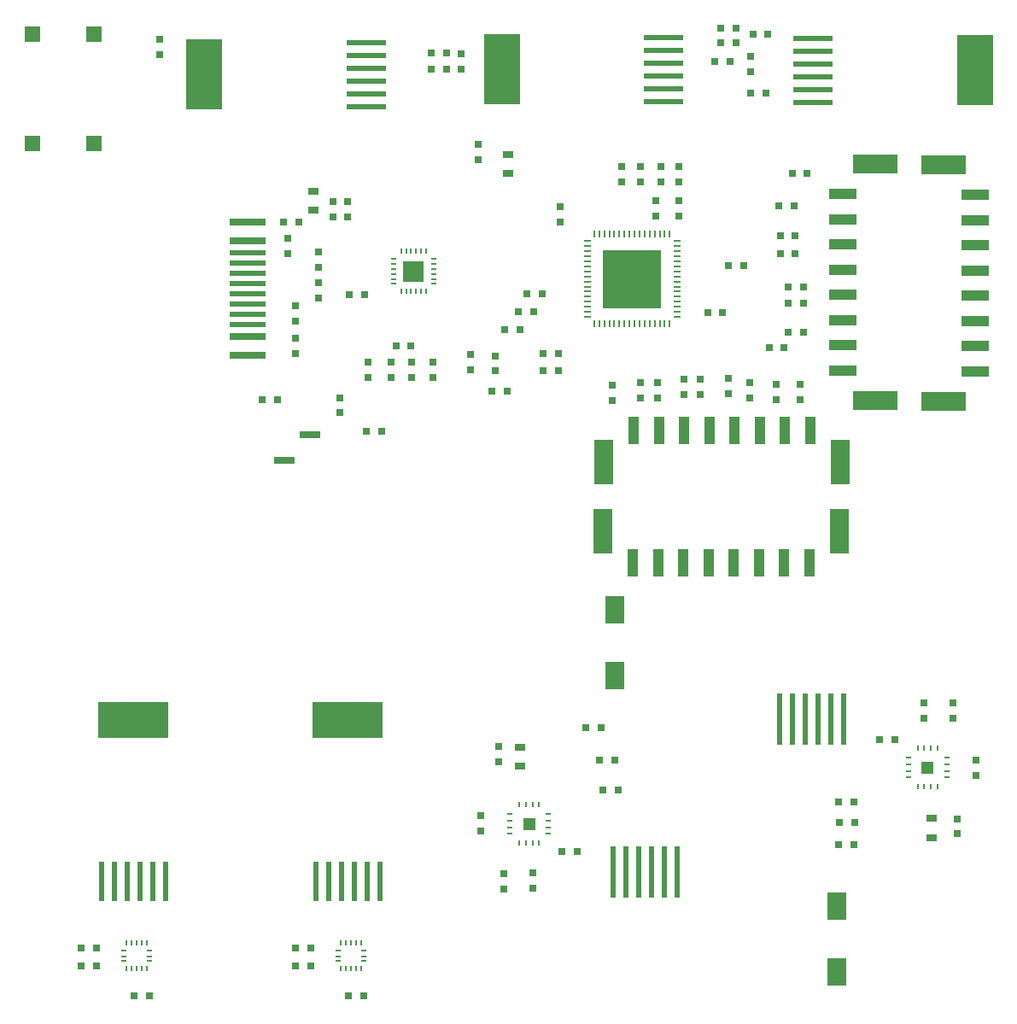
<source format=gtp>
G04 (created by PCBNEW (2013-08-24 BZR 4298)-stable) date Sat 09 Aug 2014 02:40:24 PM PDT*
%MOIN*%
G04 Gerber Fmt 3.4, Leading zero omitted, Abs format*
%FSLAX34Y34*%
G01*
G70*
G90*
G04 APERTURE LIST*
%ADD10C,0.005906*%
%ADD11R,0.023937X0.200000*%
%ADD12R,0.028320X0.031520*%
%ADD13R,0.023937X0.157480*%
%ADD14R,0.277165X0.141732*%
%ADD15R,0.007087X0.018898*%
%ADD16R,0.018898X0.007087*%
%ADD17R,0.031520X0.028320*%
%ADD18R,0.044000X0.028000*%
%ADD19R,0.075600X0.110240*%
%ADD20R,0.062960X0.062960*%
%ADD21R,0.144882X0.025512*%
%ADD22R,0.144882X0.019213*%
%ADD23R,0.031496X0.025197*%
%ADD24R,0.157480X0.023937*%
%ADD25R,0.141732X0.277165*%
%ADD26R,0.080000X0.031200*%
%ADD27R,0.044094X0.107087*%
%ADD28R,0.072441X0.176378*%
%ADD29R,0.107087X0.044094*%
%ADD30R,0.176378X0.072441*%
%ADD31R,0.078720X0.078720*%
%ADD32O,0.007840X0.025200*%
%ADD33O,0.025200X0.007840*%
%ADD34R,0.007874X0.026772*%
%ADD35R,0.026772X0.007874*%
%ADD36R,0.225197X0.225197*%
%ADD37R,0.049606X0.049606*%
%ADD38R,0.023622X0.008268*%
%ADD39R,0.008268X0.023622*%
G04 APERTURE END LIST*
G54D10*
G54D11*
X66791Y-52696D03*
X65791Y-52696D03*
X64791Y-52696D03*
X65291Y-52696D03*
X64291Y-52696D03*
X66291Y-52696D03*
G54D12*
X45994Y-62332D03*
X45402Y-62332D03*
X45994Y-61624D03*
X45402Y-61624D03*
X48042Y-63474D03*
X47450Y-63474D03*
G54D13*
X46181Y-59025D03*
X47181Y-59025D03*
X48181Y-59025D03*
X47681Y-59025D03*
X48681Y-59025D03*
X46681Y-59025D03*
G54D14*
X47431Y-52706D03*
G54D15*
X47352Y-62431D03*
X47155Y-62431D03*
X47155Y-61427D03*
X47547Y-62431D03*
X47746Y-62431D03*
X47942Y-62431D03*
G54D16*
X48051Y-62125D03*
X48051Y-61942D03*
X48051Y-61732D03*
G54D15*
X47942Y-61427D03*
X47746Y-61427D03*
X47547Y-61427D03*
X47352Y-61427D03*
G54D16*
X47047Y-61732D03*
X47047Y-61935D03*
X47047Y-62125D03*
G54D12*
X55796Y-57864D03*
X56388Y-57864D03*
X57994Y-55446D03*
X57402Y-55446D03*
X56733Y-53021D03*
X57325Y-53021D03*
G54D17*
X52637Y-56465D03*
X52637Y-57057D03*
G54D12*
X57257Y-54293D03*
X57849Y-54293D03*
G54D17*
X54665Y-58700D03*
X54665Y-59292D03*
X53523Y-58709D03*
X53523Y-59301D03*
X53326Y-53749D03*
X53326Y-54341D03*
G54D18*
X54153Y-54518D03*
X54153Y-53768D03*
G54D19*
X57864Y-50974D03*
X57864Y-48414D03*
G54D11*
X57795Y-58661D03*
X58795Y-58661D03*
X59795Y-58661D03*
X59295Y-58661D03*
X60295Y-58661D03*
X58295Y-58661D03*
G54D20*
X35118Y-25940D03*
X37520Y-25940D03*
X35118Y-30202D03*
X37520Y-30202D03*
G54D21*
X43523Y-33291D03*
X43523Y-34015D03*
G54D22*
X43523Y-34488D03*
X43523Y-34889D03*
X43523Y-35692D03*
X43523Y-37291D03*
X43523Y-36488D03*
G54D21*
X43523Y-38488D03*
X43523Y-37763D03*
G54D22*
X43523Y-36090D03*
X43523Y-36889D03*
X43523Y-35291D03*
G54D12*
X63877Y-38188D03*
X64469Y-38188D03*
G54D23*
X58858Y-31712D03*
X59645Y-31712D03*
X58858Y-31122D03*
X59645Y-31122D03*
X49921Y-38759D03*
X49133Y-38759D03*
X49921Y-39350D03*
X49133Y-39350D03*
G54D24*
X48149Y-28769D03*
X48149Y-27769D03*
X48149Y-26769D03*
X48149Y-27269D03*
X48149Y-26269D03*
X48149Y-28269D03*
G54D25*
X41830Y-27519D03*
G54D24*
X59763Y-28572D03*
X59763Y-27572D03*
X59763Y-26572D03*
X59763Y-27072D03*
X59763Y-26072D03*
X59763Y-28072D03*
G54D25*
X53444Y-27322D03*
G54D24*
X65590Y-26112D03*
X65590Y-27112D03*
X65590Y-28112D03*
X65590Y-27612D03*
X65590Y-28612D03*
X65590Y-26612D03*
G54D25*
X71909Y-27362D03*
G54D26*
X45972Y-41586D03*
X44972Y-42586D03*
G54D27*
X65492Y-41417D03*
X64507Y-41417D03*
X63523Y-41417D03*
X58602Y-41417D03*
X60570Y-41417D03*
X59586Y-41417D03*
G54D28*
X66653Y-42657D03*
G54D27*
X61555Y-41417D03*
X62539Y-41417D03*
G54D28*
X57440Y-42657D03*
G54D29*
X66771Y-32185D03*
X66771Y-33169D03*
X66771Y-34153D03*
X66771Y-39074D03*
X66771Y-37106D03*
X66771Y-38090D03*
G54D30*
X68011Y-31023D03*
G54D29*
X66771Y-36122D03*
X66771Y-35137D03*
G54D30*
X68011Y-40236D03*
G54D27*
X58562Y-46574D03*
X59547Y-46574D03*
X60531Y-46574D03*
X65452Y-46574D03*
X63484Y-46574D03*
X64468Y-46574D03*
G54D28*
X57401Y-45334D03*
G54D27*
X62500Y-46574D03*
X61515Y-46574D03*
G54D28*
X66614Y-45334D03*
G54D29*
X71929Y-39114D03*
X71929Y-38129D03*
X71929Y-37145D03*
X71929Y-32224D03*
X71929Y-34192D03*
X71929Y-33208D03*
G54D30*
X70688Y-40275D03*
G54D29*
X71929Y-35177D03*
X71929Y-36161D03*
G54D30*
X70688Y-31062D03*
G54D18*
X53700Y-31398D03*
X53700Y-30648D03*
G54D17*
X45106Y-34512D03*
X45106Y-33920D03*
G54D12*
X45516Y-33295D03*
X44924Y-33295D03*
X48168Y-41456D03*
X48760Y-41456D03*
X44693Y-40208D03*
X44101Y-40208D03*
G54D17*
X45405Y-37822D03*
X45405Y-38414D03*
X45385Y-37134D03*
X45385Y-36542D03*
X46291Y-35664D03*
X46291Y-36256D03*
X46283Y-35051D03*
X46283Y-34459D03*
G54D12*
X54154Y-37480D03*
X53562Y-37480D03*
X54685Y-36791D03*
X54093Y-36791D03*
X55020Y-36082D03*
X54428Y-36082D03*
X49310Y-38129D03*
X49902Y-38129D03*
X53642Y-39881D03*
X53050Y-39881D03*
X55650Y-39094D03*
X55058Y-39094D03*
X55666Y-38421D03*
X55074Y-38421D03*
G54D17*
X59448Y-32459D03*
X59448Y-33051D03*
X60354Y-31713D03*
X60354Y-31121D03*
X58110Y-31121D03*
X58110Y-31713D03*
X60354Y-32459D03*
X60354Y-33051D03*
G54D12*
X62894Y-35000D03*
X62302Y-35000D03*
G54D17*
X55728Y-32676D03*
X55728Y-33268D03*
G54D12*
X62067Y-36811D03*
X61475Y-36811D03*
G54D17*
X40098Y-26752D03*
X40098Y-26160D03*
X57755Y-39664D03*
X57755Y-40256D03*
X47409Y-32491D03*
X47409Y-33083D03*
X47125Y-40137D03*
X47125Y-40729D03*
X48228Y-39351D03*
X48228Y-38759D03*
X50748Y-39351D03*
X50748Y-38759D03*
X53188Y-39095D03*
X53188Y-38503D03*
G54D18*
X46094Y-32077D03*
X46094Y-32827D03*
G54D12*
X47491Y-36114D03*
X48083Y-36114D03*
G54D31*
X50003Y-35208D03*
G54D32*
X49511Y-35995D03*
X49708Y-35995D03*
X49905Y-35995D03*
X50101Y-35995D03*
X50298Y-35995D03*
X50495Y-35995D03*
G54D33*
X50790Y-35700D03*
X50790Y-35503D03*
X50790Y-35306D03*
X50790Y-35110D03*
X50790Y-34913D03*
X50790Y-34716D03*
G54D32*
X50495Y-34421D03*
X50298Y-34421D03*
X50101Y-34421D03*
X49905Y-34421D03*
X49708Y-34421D03*
X49511Y-34421D03*
G54D33*
X49216Y-34716D03*
X49216Y-34913D03*
X49216Y-35110D03*
X49216Y-35306D03*
X49216Y-35503D03*
X49216Y-35700D03*
G54D17*
X52216Y-39040D03*
X52216Y-38448D03*
X46850Y-32483D03*
X46850Y-33075D03*
X52519Y-30255D03*
X52519Y-30847D03*
X65078Y-39625D03*
X65078Y-40217D03*
G54D12*
X64782Y-31377D03*
X65374Y-31377D03*
G54D17*
X64173Y-39625D03*
X64173Y-40217D03*
G54D12*
X64270Y-32637D03*
X64862Y-32637D03*
G54D34*
X59807Y-37259D03*
X60003Y-37259D03*
X58625Y-37259D03*
X58822Y-37259D03*
X59216Y-37259D03*
X59019Y-37259D03*
X59610Y-37259D03*
X59413Y-37259D03*
X57838Y-37259D03*
X58035Y-37259D03*
X58429Y-37259D03*
X58232Y-37259D03*
X57444Y-37259D03*
X57641Y-37259D03*
X57248Y-37259D03*
X57051Y-37259D03*
G54D35*
X56775Y-36984D03*
X56775Y-36787D03*
X56775Y-36393D03*
X56775Y-36590D03*
X56775Y-35803D03*
X56775Y-35606D03*
X56775Y-36000D03*
X56775Y-36196D03*
X56775Y-34622D03*
X56775Y-34425D03*
X56775Y-35015D03*
X56775Y-34818D03*
X56775Y-35212D03*
X56775Y-35409D03*
X56775Y-34031D03*
X56775Y-34228D03*
G54D34*
X57051Y-33755D03*
X57248Y-33755D03*
X57641Y-33755D03*
X57444Y-33755D03*
X58232Y-33755D03*
X58429Y-33755D03*
X58035Y-33755D03*
X57838Y-33755D03*
X59413Y-33755D03*
X59610Y-33755D03*
X59019Y-33755D03*
X59216Y-33755D03*
X58822Y-33755D03*
X58625Y-33755D03*
X60003Y-33755D03*
X59807Y-33755D03*
G54D35*
X60279Y-34228D03*
X60279Y-34031D03*
X60279Y-35409D03*
X60279Y-35212D03*
X60279Y-34818D03*
X60279Y-35007D03*
X60279Y-34425D03*
X60279Y-34622D03*
X60279Y-36196D03*
X60279Y-36000D03*
X60279Y-35606D03*
X60279Y-35803D03*
X60279Y-36590D03*
X60279Y-36393D03*
X60279Y-36787D03*
X60279Y-36984D03*
G54D36*
X58527Y-35507D03*
G54D17*
X63110Y-39546D03*
X63110Y-40138D03*
G54D12*
X64310Y-33818D03*
X64902Y-33818D03*
G54D17*
X62283Y-39389D03*
X62283Y-39981D03*
G54D12*
X64310Y-34527D03*
X64902Y-34527D03*
G54D17*
X61181Y-39428D03*
X61181Y-40020D03*
G54D12*
X64625Y-35826D03*
X65217Y-35826D03*
G54D17*
X60551Y-39428D03*
X60551Y-40020D03*
G54D12*
X64625Y-36456D03*
X65217Y-36456D03*
G54D17*
X59527Y-39546D03*
X59527Y-40138D03*
G54D12*
X64625Y-37598D03*
X65217Y-37598D03*
G54D17*
X58858Y-39546D03*
X58858Y-40138D03*
G54D12*
X63839Y-25944D03*
X63247Y-25944D03*
X50688Y-27322D03*
X51280Y-27322D03*
X61751Y-27007D03*
X62343Y-27007D03*
X63168Y-28267D03*
X63760Y-28267D03*
X51280Y-26692D03*
X50688Y-26692D03*
X61987Y-25708D03*
X62579Y-25708D03*
G54D17*
X63149Y-27421D03*
X63149Y-26829D03*
X51850Y-26711D03*
X51850Y-27303D03*
G54D12*
X61987Y-26299D03*
X62579Y-26299D03*
G54D15*
X38986Y-62431D03*
X38789Y-62431D03*
X38789Y-61427D03*
X39181Y-62431D03*
X39379Y-62431D03*
X39576Y-62431D03*
G54D16*
X39685Y-62125D03*
X39685Y-61942D03*
X39685Y-61732D03*
G54D15*
X39576Y-61427D03*
X39379Y-61427D03*
X39181Y-61427D03*
X38986Y-61427D03*
G54D16*
X38681Y-61732D03*
X38681Y-61935D03*
X38681Y-62125D03*
G54D13*
X37814Y-59025D03*
X38814Y-59025D03*
X39814Y-59025D03*
X39314Y-59025D03*
X40314Y-59025D03*
X38314Y-59025D03*
G54D14*
X39064Y-52706D03*
G54D12*
X39675Y-63474D03*
X39083Y-63474D03*
X37628Y-61624D03*
X37036Y-61624D03*
X37628Y-62332D03*
X37036Y-62332D03*
X68790Y-53494D03*
X68198Y-53494D03*
X66591Y-55911D03*
X67183Y-55911D03*
X67185Y-57598D03*
X66593Y-57598D03*
G54D17*
X71948Y-54892D03*
X71948Y-54300D03*
G54D12*
X67225Y-56712D03*
X66633Y-56712D03*
G54D17*
X69921Y-52658D03*
X69921Y-52066D03*
X71062Y-52648D03*
X71062Y-52056D03*
X71240Y-57166D03*
X71240Y-56574D03*
G54D18*
X70216Y-56554D03*
X70216Y-57304D03*
G54D19*
X66535Y-59999D03*
X66535Y-62559D03*
G54D37*
X54517Y-56781D03*
G54D38*
X55265Y-57165D03*
X55265Y-56909D03*
X55265Y-56653D03*
X55265Y-56397D03*
G54D39*
X54901Y-56033D03*
X54645Y-56033D03*
X54389Y-56033D03*
X54133Y-56033D03*
G54D38*
X53769Y-56397D03*
X53769Y-56653D03*
X53769Y-56909D03*
X53769Y-57165D03*
G54D39*
X54133Y-57529D03*
X54389Y-57529D03*
X54645Y-57529D03*
X54901Y-57529D03*
G54D37*
X70068Y-54576D03*
G54D38*
X69320Y-54192D03*
X69320Y-54448D03*
X69320Y-54704D03*
X69320Y-54960D03*
G54D39*
X69685Y-55324D03*
X69940Y-55324D03*
X70196Y-55324D03*
X70452Y-55324D03*
G54D38*
X70816Y-54960D03*
X70816Y-54704D03*
X70816Y-54448D03*
X70816Y-54192D03*
G54D39*
X70452Y-53828D03*
X70196Y-53828D03*
X69940Y-53828D03*
X69685Y-53828D03*
M02*

</source>
